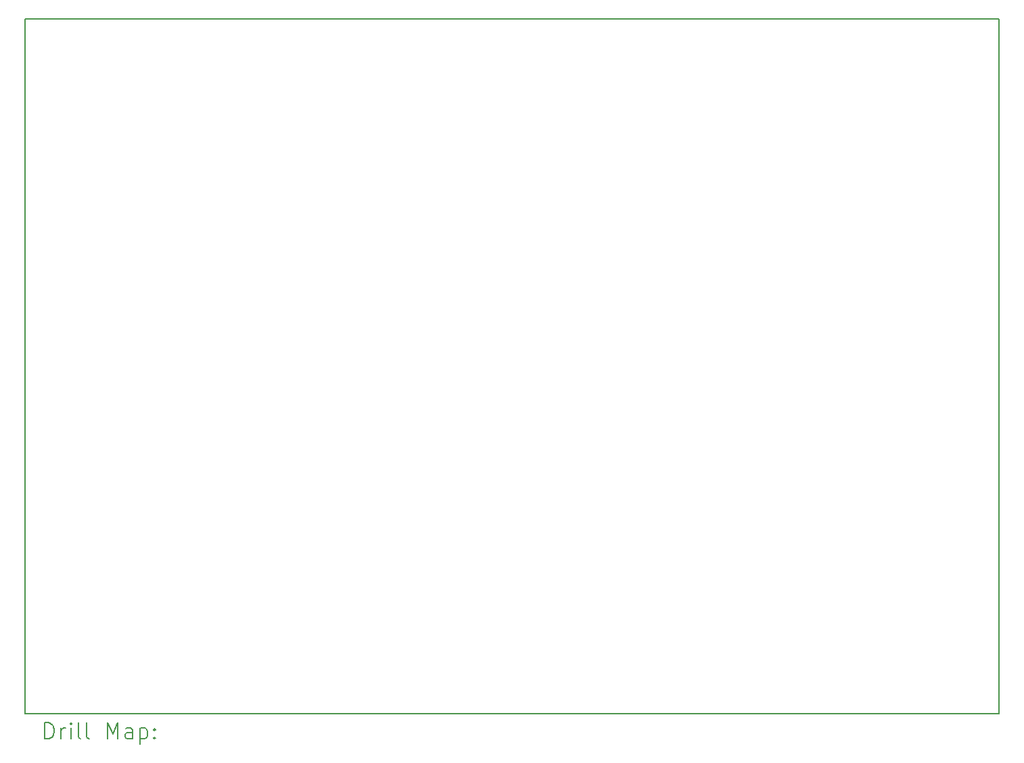
<source format=gbr>
%FSLAX45Y45*%
G04 Gerber Fmt 4.5, Leading zero omitted, Abs format (unit mm)*
G04 Created by KiCad (PCBNEW (6.0.2)) date 2022-03-08 23:09:55*
%MOMM*%
%LPD*%
G01*
G04 APERTURE LIST*
%TA.AperFunction,Profile*%
%ADD10C,0.150000*%
%TD*%
%ADD11C,0.200000*%
G04 APERTURE END LIST*
D10*
X8479000Y-6026500D02*
X20671000Y-6026500D01*
X8479000Y-14726000D02*
X8479000Y-6026500D01*
X20671000Y-6026500D02*
X20671000Y-14726000D01*
X20671000Y-14726000D02*
X8479000Y-14726000D01*
D11*
X8729119Y-15043976D02*
X8729119Y-14843976D01*
X8776738Y-14843976D01*
X8805310Y-14853500D01*
X8824357Y-14872548D01*
X8833881Y-14891595D01*
X8843405Y-14929690D01*
X8843405Y-14958262D01*
X8833881Y-14996357D01*
X8824357Y-15015405D01*
X8805310Y-15034452D01*
X8776738Y-15043976D01*
X8729119Y-15043976D01*
X8929119Y-15043976D02*
X8929119Y-14910643D01*
X8929119Y-14948738D02*
X8938643Y-14929690D01*
X8948167Y-14920167D01*
X8967214Y-14910643D01*
X8986262Y-14910643D01*
X9052929Y-15043976D02*
X9052929Y-14910643D01*
X9052929Y-14843976D02*
X9043405Y-14853500D01*
X9052929Y-14863024D01*
X9062452Y-14853500D01*
X9052929Y-14843976D01*
X9052929Y-14863024D01*
X9176738Y-15043976D02*
X9157690Y-15034452D01*
X9148167Y-15015405D01*
X9148167Y-14843976D01*
X9281500Y-15043976D02*
X9262452Y-15034452D01*
X9252929Y-15015405D01*
X9252929Y-14843976D01*
X9510071Y-15043976D02*
X9510071Y-14843976D01*
X9576738Y-14986833D01*
X9643405Y-14843976D01*
X9643405Y-15043976D01*
X9824357Y-15043976D02*
X9824357Y-14939214D01*
X9814833Y-14920167D01*
X9795786Y-14910643D01*
X9757690Y-14910643D01*
X9738643Y-14920167D01*
X9824357Y-15034452D02*
X9805310Y-15043976D01*
X9757690Y-15043976D01*
X9738643Y-15034452D01*
X9729119Y-15015405D01*
X9729119Y-14996357D01*
X9738643Y-14977309D01*
X9757690Y-14967786D01*
X9805310Y-14967786D01*
X9824357Y-14958262D01*
X9919595Y-14910643D02*
X9919595Y-15110643D01*
X9919595Y-14920167D02*
X9938643Y-14910643D01*
X9976738Y-14910643D01*
X9995786Y-14920167D01*
X10005310Y-14929690D01*
X10014833Y-14948738D01*
X10014833Y-15005881D01*
X10005310Y-15024928D01*
X9995786Y-15034452D01*
X9976738Y-15043976D01*
X9938643Y-15043976D01*
X9919595Y-15034452D01*
X10100548Y-15024928D02*
X10110071Y-15034452D01*
X10100548Y-15043976D01*
X10091024Y-15034452D01*
X10100548Y-15024928D01*
X10100548Y-15043976D01*
X10100548Y-14920167D02*
X10110071Y-14929690D01*
X10100548Y-14939214D01*
X10091024Y-14929690D01*
X10100548Y-14920167D01*
X10100548Y-14939214D01*
M02*

</source>
